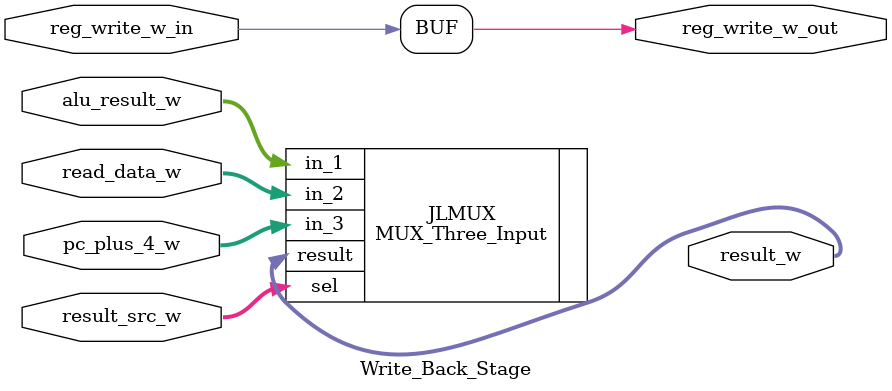
<source format=v>
module Write_Back_Stage(
	
	//input ports
    input	wire 			reg_write_w_in		,
    input 	wire	[1:0] 	result_src_w		,
    input 	wire 	[31:0] 	alu_result_w		, 
    input 	wire 	[31:0] 	read_data_w			, 
    input 	wire 	[31:0]	pc_plus_4_w			,
        
    //oitput ports
    output	wire 			reg_write_w_out		,
    output 	wire 	[31:0] 	result_w			
        
);
	MUX_Three_Input JLMUX(
		
		.in_1	(alu_result_w	)	,
		.in_2	(read_data_w	)	,
		.in_3	(pc_plus_4_w	)	,
		.sel	(result_src_w	) 	,

		.result (result_w		)
	);

	assign reg_write_w_out = reg_write_w_in ;
endmodule
</source>
